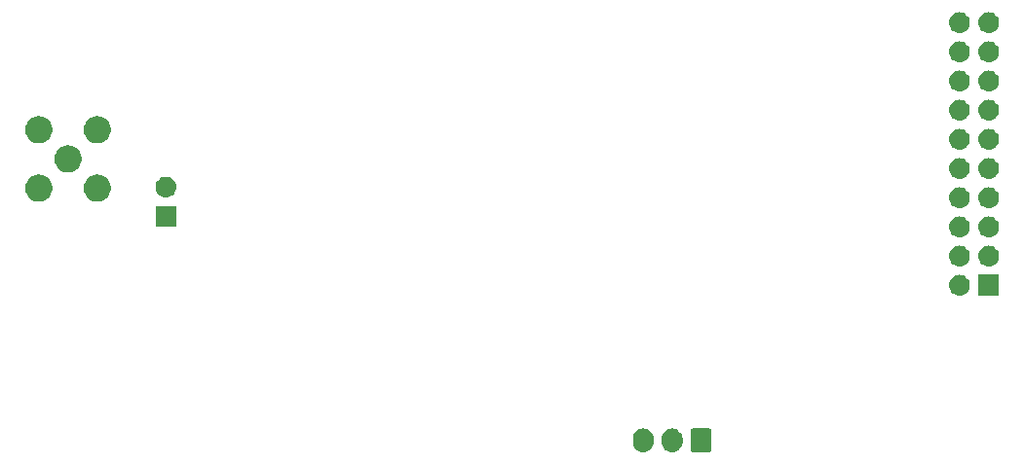
<source format=gbr>
G04 #@! TF.GenerationSoftware,KiCad,Pcbnew,5.1.4-e60b266~84~ubuntu18.04.1*
G04 #@! TF.CreationDate,2019-09-09T22:31:15+02:00*
G04 #@! TF.ProjectId,Frontend_test,46726f6e-7465-46e6-945f-746573742e6b,rev?*
G04 #@! TF.SameCoordinates,Original*
G04 #@! TF.FileFunction,Soldermask,Bot*
G04 #@! TF.FilePolarity,Negative*
%FSLAX46Y46*%
G04 Gerber Fmt 4.6, Leading zero omitted, Abs format (unit mm)*
G04 Created by KiCad (PCBNEW 5.1.4-e60b266~84~ubuntu18.04.1) date 2019-09-09 22:31:15*
%MOMM*%
%LPD*%
G04 APERTURE LIST*
%ADD10C,0.150000*%
G04 APERTURE END LIST*
D10*
G36*
X165176627Y-133487037D02*
G01*
X165346466Y-133538557D01*
X165502991Y-133622222D01*
X165538729Y-133651552D01*
X165640186Y-133734814D01*
X165723448Y-133836271D01*
X165752778Y-133872009D01*
X165836443Y-134028534D01*
X165887963Y-134198374D01*
X165901000Y-134330743D01*
X165901000Y-134669258D01*
X165887963Y-134801627D01*
X165836443Y-134971466D01*
X165752778Y-135127991D01*
X165723448Y-135163729D01*
X165640186Y-135265186D01*
X165502989Y-135377779D01*
X165346467Y-135461442D01*
X165346465Y-135461443D01*
X165176626Y-135512963D01*
X165000000Y-135530359D01*
X164823373Y-135512963D01*
X164653534Y-135461443D01*
X164497009Y-135377778D01*
X164454750Y-135343097D01*
X164359814Y-135265186D01*
X164247221Y-135127989D01*
X164163558Y-134971467D01*
X164163557Y-134971465D01*
X164112037Y-134801626D01*
X164099000Y-134669257D01*
X164099000Y-134330742D01*
X164112037Y-134198373D01*
X164163557Y-134028534D01*
X164247222Y-133872009D01*
X164359815Y-133734815D01*
X164497010Y-133622222D01*
X164653535Y-133538557D01*
X164823374Y-133487037D01*
X165000000Y-133469641D01*
X165176627Y-133487037D01*
X165176627Y-133487037D01*
G37*
G36*
X167676627Y-133487037D02*
G01*
X167846466Y-133538557D01*
X168002991Y-133622222D01*
X168038729Y-133651552D01*
X168140186Y-133734814D01*
X168223448Y-133836271D01*
X168252778Y-133872009D01*
X168336443Y-134028534D01*
X168387963Y-134198374D01*
X168401000Y-134330743D01*
X168401000Y-134669258D01*
X168387963Y-134801627D01*
X168336443Y-134971466D01*
X168252778Y-135127991D01*
X168223448Y-135163729D01*
X168140186Y-135265186D01*
X168002989Y-135377779D01*
X167846467Y-135461442D01*
X167846465Y-135461443D01*
X167676626Y-135512963D01*
X167500000Y-135530359D01*
X167323373Y-135512963D01*
X167153534Y-135461443D01*
X166997009Y-135377778D01*
X166954750Y-135343097D01*
X166859814Y-135265186D01*
X166747221Y-135127989D01*
X166663558Y-134971467D01*
X166663557Y-134971465D01*
X166612037Y-134801626D01*
X166599000Y-134669257D01*
X166599000Y-134330742D01*
X166612037Y-134198373D01*
X166663557Y-134028534D01*
X166747222Y-133872009D01*
X166859815Y-133734815D01*
X166997010Y-133622222D01*
X167153535Y-133538557D01*
X167323374Y-133487037D01*
X167500000Y-133469641D01*
X167676627Y-133487037D01*
X167676627Y-133487037D01*
G37*
G36*
X170758600Y-133477989D02*
G01*
X170791652Y-133488015D01*
X170822103Y-133504292D01*
X170848799Y-133526201D01*
X170870708Y-133552897D01*
X170886985Y-133583348D01*
X170897011Y-133616400D01*
X170901000Y-133656903D01*
X170901000Y-135343097D01*
X170897011Y-135383600D01*
X170886985Y-135416652D01*
X170870708Y-135447103D01*
X170848799Y-135473799D01*
X170822103Y-135495708D01*
X170791652Y-135511985D01*
X170758600Y-135522011D01*
X170718097Y-135526000D01*
X169281903Y-135526000D01*
X169241400Y-135522011D01*
X169208348Y-135511985D01*
X169177897Y-135495708D01*
X169151201Y-135473799D01*
X169129292Y-135447103D01*
X169113015Y-135416652D01*
X169102989Y-135383600D01*
X169099000Y-135343097D01*
X169099000Y-133656903D01*
X169102989Y-133616400D01*
X169113015Y-133583348D01*
X169129292Y-133552897D01*
X169151201Y-133526201D01*
X169177897Y-133504292D01*
X169208348Y-133488015D01*
X169241400Y-133477989D01*
X169281903Y-133474000D01*
X170718097Y-133474000D01*
X170758600Y-133477989D01*
X170758600Y-133477989D01*
G37*
G36*
X195901000Y-121901000D02*
G01*
X194099000Y-121901000D01*
X194099000Y-120099000D01*
X195901000Y-120099000D01*
X195901000Y-121901000D01*
X195901000Y-121901000D01*
G37*
G36*
X192570442Y-120105518D02*
G01*
X192636627Y-120112037D01*
X192806466Y-120163557D01*
X192962991Y-120247222D01*
X192998729Y-120276552D01*
X193100186Y-120359814D01*
X193183448Y-120461271D01*
X193212778Y-120497009D01*
X193296443Y-120653534D01*
X193347963Y-120823373D01*
X193365359Y-121000000D01*
X193347963Y-121176627D01*
X193296443Y-121346466D01*
X193212778Y-121502991D01*
X193183448Y-121538729D01*
X193100186Y-121640186D01*
X192998729Y-121723448D01*
X192962991Y-121752778D01*
X192806466Y-121836443D01*
X192636627Y-121887963D01*
X192570442Y-121894482D01*
X192504260Y-121901000D01*
X192415740Y-121901000D01*
X192349558Y-121894482D01*
X192283373Y-121887963D01*
X192113534Y-121836443D01*
X191957009Y-121752778D01*
X191921271Y-121723448D01*
X191819814Y-121640186D01*
X191736552Y-121538729D01*
X191707222Y-121502991D01*
X191623557Y-121346466D01*
X191572037Y-121176627D01*
X191554641Y-121000000D01*
X191572037Y-120823373D01*
X191623557Y-120653534D01*
X191707222Y-120497009D01*
X191736552Y-120461271D01*
X191819814Y-120359814D01*
X191921271Y-120276552D01*
X191957009Y-120247222D01*
X192113534Y-120163557D01*
X192283373Y-120112037D01*
X192349558Y-120105518D01*
X192415740Y-120099000D01*
X192504260Y-120099000D01*
X192570442Y-120105518D01*
X192570442Y-120105518D01*
G37*
G36*
X195110443Y-117565519D02*
G01*
X195176627Y-117572037D01*
X195346466Y-117623557D01*
X195502991Y-117707222D01*
X195538729Y-117736552D01*
X195640186Y-117819814D01*
X195723448Y-117921271D01*
X195752778Y-117957009D01*
X195836443Y-118113534D01*
X195887963Y-118283373D01*
X195905359Y-118460000D01*
X195887963Y-118636627D01*
X195836443Y-118806466D01*
X195752778Y-118962991D01*
X195723448Y-118998729D01*
X195640186Y-119100186D01*
X195538729Y-119183448D01*
X195502991Y-119212778D01*
X195346466Y-119296443D01*
X195176627Y-119347963D01*
X195110443Y-119354481D01*
X195044260Y-119361000D01*
X194955740Y-119361000D01*
X194889557Y-119354481D01*
X194823373Y-119347963D01*
X194653534Y-119296443D01*
X194497009Y-119212778D01*
X194461271Y-119183448D01*
X194359814Y-119100186D01*
X194276552Y-118998729D01*
X194247222Y-118962991D01*
X194163557Y-118806466D01*
X194112037Y-118636627D01*
X194094641Y-118460000D01*
X194112037Y-118283373D01*
X194163557Y-118113534D01*
X194247222Y-117957009D01*
X194276552Y-117921271D01*
X194359814Y-117819814D01*
X194461271Y-117736552D01*
X194497009Y-117707222D01*
X194653534Y-117623557D01*
X194823373Y-117572037D01*
X194889557Y-117565519D01*
X194955740Y-117559000D01*
X195044260Y-117559000D01*
X195110443Y-117565519D01*
X195110443Y-117565519D01*
G37*
G36*
X192570443Y-117565519D02*
G01*
X192636627Y-117572037D01*
X192806466Y-117623557D01*
X192962991Y-117707222D01*
X192998729Y-117736552D01*
X193100186Y-117819814D01*
X193183448Y-117921271D01*
X193212778Y-117957009D01*
X193296443Y-118113534D01*
X193347963Y-118283373D01*
X193365359Y-118460000D01*
X193347963Y-118636627D01*
X193296443Y-118806466D01*
X193212778Y-118962991D01*
X193183448Y-118998729D01*
X193100186Y-119100186D01*
X192998729Y-119183448D01*
X192962991Y-119212778D01*
X192806466Y-119296443D01*
X192636627Y-119347963D01*
X192570443Y-119354481D01*
X192504260Y-119361000D01*
X192415740Y-119361000D01*
X192349557Y-119354481D01*
X192283373Y-119347963D01*
X192113534Y-119296443D01*
X191957009Y-119212778D01*
X191921271Y-119183448D01*
X191819814Y-119100186D01*
X191736552Y-118998729D01*
X191707222Y-118962991D01*
X191623557Y-118806466D01*
X191572037Y-118636627D01*
X191554641Y-118460000D01*
X191572037Y-118283373D01*
X191623557Y-118113534D01*
X191707222Y-117957009D01*
X191736552Y-117921271D01*
X191819814Y-117819814D01*
X191921271Y-117736552D01*
X191957009Y-117707222D01*
X192113534Y-117623557D01*
X192283373Y-117572037D01*
X192349557Y-117565519D01*
X192415740Y-117559000D01*
X192504260Y-117559000D01*
X192570443Y-117565519D01*
X192570443Y-117565519D01*
G37*
G36*
X192570442Y-115025518D02*
G01*
X192636627Y-115032037D01*
X192806466Y-115083557D01*
X192962991Y-115167222D01*
X192998729Y-115196552D01*
X193100186Y-115279814D01*
X193183448Y-115381271D01*
X193212778Y-115417009D01*
X193296443Y-115573534D01*
X193347963Y-115743373D01*
X193365359Y-115920000D01*
X193347963Y-116096627D01*
X193296443Y-116266466D01*
X193212778Y-116422991D01*
X193183448Y-116458729D01*
X193100186Y-116560186D01*
X192998729Y-116643448D01*
X192962991Y-116672778D01*
X192806466Y-116756443D01*
X192636627Y-116807963D01*
X192570443Y-116814481D01*
X192504260Y-116821000D01*
X192415740Y-116821000D01*
X192349557Y-116814481D01*
X192283373Y-116807963D01*
X192113534Y-116756443D01*
X191957009Y-116672778D01*
X191921271Y-116643448D01*
X191819814Y-116560186D01*
X191736552Y-116458729D01*
X191707222Y-116422991D01*
X191623557Y-116266466D01*
X191572037Y-116096627D01*
X191554641Y-115920000D01*
X191572037Y-115743373D01*
X191623557Y-115573534D01*
X191707222Y-115417009D01*
X191736552Y-115381271D01*
X191819814Y-115279814D01*
X191921271Y-115196552D01*
X191957009Y-115167222D01*
X192113534Y-115083557D01*
X192283373Y-115032037D01*
X192349558Y-115025518D01*
X192415740Y-115019000D01*
X192504260Y-115019000D01*
X192570442Y-115025518D01*
X192570442Y-115025518D01*
G37*
G36*
X195110442Y-115025518D02*
G01*
X195176627Y-115032037D01*
X195346466Y-115083557D01*
X195502991Y-115167222D01*
X195538729Y-115196552D01*
X195640186Y-115279814D01*
X195723448Y-115381271D01*
X195752778Y-115417009D01*
X195836443Y-115573534D01*
X195887963Y-115743373D01*
X195905359Y-115920000D01*
X195887963Y-116096627D01*
X195836443Y-116266466D01*
X195752778Y-116422991D01*
X195723448Y-116458729D01*
X195640186Y-116560186D01*
X195538729Y-116643448D01*
X195502991Y-116672778D01*
X195346466Y-116756443D01*
X195176627Y-116807963D01*
X195110443Y-116814481D01*
X195044260Y-116821000D01*
X194955740Y-116821000D01*
X194889557Y-116814481D01*
X194823373Y-116807963D01*
X194653534Y-116756443D01*
X194497009Y-116672778D01*
X194461271Y-116643448D01*
X194359814Y-116560186D01*
X194276552Y-116458729D01*
X194247222Y-116422991D01*
X194163557Y-116266466D01*
X194112037Y-116096627D01*
X194094641Y-115920000D01*
X194112037Y-115743373D01*
X194163557Y-115573534D01*
X194247222Y-115417009D01*
X194276552Y-115381271D01*
X194359814Y-115279814D01*
X194461271Y-115196552D01*
X194497009Y-115167222D01*
X194653534Y-115083557D01*
X194823373Y-115032037D01*
X194889558Y-115025518D01*
X194955740Y-115019000D01*
X195044260Y-115019000D01*
X195110442Y-115025518D01*
X195110442Y-115025518D01*
G37*
G36*
X124401000Y-115901000D02*
G01*
X122599000Y-115901000D01*
X122599000Y-114099000D01*
X124401000Y-114099000D01*
X124401000Y-115901000D01*
X124401000Y-115901000D01*
G37*
G36*
X195110442Y-112485518D02*
G01*
X195176627Y-112492037D01*
X195346466Y-112543557D01*
X195502991Y-112627222D01*
X195537845Y-112655826D01*
X195640186Y-112739814D01*
X195723448Y-112841271D01*
X195752778Y-112877009D01*
X195836443Y-113033534D01*
X195887963Y-113203373D01*
X195905359Y-113380000D01*
X195887963Y-113556627D01*
X195836443Y-113726466D01*
X195752778Y-113882991D01*
X195723448Y-113918729D01*
X195640186Y-114020186D01*
X195544149Y-114099000D01*
X195502991Y-114132778D01*
X195346466Y-114216443D01*
X195176627Y-114267963D01*
X195110442Y-114274482D01*
X195044260Y-114281000D01*
X194955740Y-114281000D01*
X194889558Y-114274482D01*
X194823373Y-114267963D01*
X194653534Y-114216443D01*
X194497009Y-114132778D01*
X194455851Y-114099000D01*
X194359814Y-114020186D01*
X194276552Y-113918729D01*
X194247222Y-113882991D01*
X194163557Y-113726466D01*
X194112037Y-113556627D01*
X194094641Y-113380000D01*
X194112037Y-113203373D01*
X194163557Y-113033534D01*
X194247222Y-112877009D01*
X194276552Y-112841271D01*
X194359814Y-112739814D01*
X194462155Y-112655826D01*
X194497009Y-112627222D01*
X194653534Y-112543557D01*
X194823373Y-112492037D01*
X194889558Y-112485518D01*
X194955740Y-112479000D01*
X195044260Y-112479000D01*
X195110442Y-112485518D01*
X195110442Y-112485518D01*
G37*
G36*
X192570442Y-112485518D02*
G01*
X192636627Y-112492037D01*
X192806466Y-112543557D01*
X192962991Y-112627222D01*
X192997845Y-112655826D01*
X193100186Y-112739814D01*
X193183448Y-112841271D01*
X193212778Y-112877009D01*
X193296443Y-113033534D01*
X193347963Y-113203373D01*
X193365359Y-113380000D01*
X193347963Y-113556627D01*
X193296443Y-113726466D01*
X193212778Y-113882991D01*
X193183448Y-113918729D01*
X193100186Y-114020186D01*
X193004149Y-114099000D01*
X192962991Y-114132778D01*
X192806466Y-114216443D01*
X192636627Y-114267963D01*
X192570442Y-114274482D01*
X192504260Y-114281000D01*
X192415740Y-114281000D01*
X192349558Y-114274482D01*
X192283373Y-114267963D01*
X192113534Y-114216443D01*
X191957009Y-114132778D01*
X191915851Y-114099000D01*
X191819814Y-114020186D01*
X191736552Y-113918729D01*
X191707222Y-113882991D01*
X191623557Y-113726466D01*
X191572037Y-113556627D01*
X191554641Y-113380000D01*
X191572037Y-113203373D01*
X191623557Y-113033534D01*
X191707222Y-112877009D01*
X191736552Y-112841271D01*
X191819814Y-112739814D01*
X191922155Y-112655826D01*
X191957009Y-112627222D01*
X192113534Y-112543557D01*
X192283373Y-112492037D01*
X192349558Y-112485518D01*
X192415740Y-112479000D01*
X192504260Y-112479000D01*
X192570442Y-112485518D01*
X192570442Y-112485518D01*
G37*
G36*
X117731560Y-111379064D02*
G01*
X117883027Y-111409193D01*
X118097045Y-111497842D01*
X118097046Y-111497843D01*
X118289654Y-111626539D01*
X118453461Y-111790346D01*
X118473151Y-111819815D01*
X118582158Y-111982955D01*
X118670807Y-112196973D01*
X118716000Y-112424174D01*
X118716000Y-112655826D01*
X118670807Y-112883027D01*
X118582158Y-113097045D01*
X118582157Y-113097046D01*
X118453461Y-113289654D01*
X118289654Y-113453461D01*
X118161249Y-113539258D01*
X118097045Y-113582158D01*
X117883027Y-113670807D01*
X117731560Y-113700936D01*
X117655827Y-113716000D01*
X117424173Y-113716000D01*
X117348440Y-113700936D01*
X117196973Y-113670807D01*
X116982955Y-113582158D01*
X116918751Y-113539258D01*
X116790346Y-113453461D01*
X116626539Y-113289654D01*
X116497843Y-113097046D01*
X116497842Y-113097045D01*
X116409193Y-112883027D01*
X116364000Y-112655826D01*
X116364000Y-112424174D01*
X116409193Y-112196973D01*
X116497842Y-111982955D01*
X116606849Y-111819815D01*
X116626539Y-111790346D01*
X116790346Y-111626539D01*
X116982954Y-111497843D01*
X116982955Y-111497842D01*
X117196973Y-111409193D01*
X117348440Y-111379064D01*
X117424173Y-111364000D01*
X117655827Y-111364000D01*
X117731560Y-111379064D01*
X117731560Y-111379064D01*
G37*
G36*
X112651560Y-111379064D02*
G01*
X112803027Y-111409193D01*
X113017045Y-111497842D01*
X113017046Y-111497843D01*
X113209654Y-111626539D01*
X113373461Y-111790346D01*
X113393151Y-111819815D01*
X113502158Y-111982955D01*
X113590807Y-112196973D01*
X113636000Y-112424174D01*
X113636000Y-112655826D01*
X113590807Y-112883027D01*
X113502158Y-113097045D01*
X113502157Y-113097046D01*
X113373461Y-113289654D01*
X113209654Y-113453461D01*
X113081249Y-113539258D01*
X113017045Y-113582158D01*
X112803027Y-113670807D01*
X112651560Y-113700936D01*
X112575827Y-113716000D01*
X112344173Y-113716000D01*
X112268440Y-113700936D01*
X112116973Y-113670807D01*
X111902955Y-113582158D01*
X111838751Y-113539258D01*
X111710346Y-113453461D01*
X111546539Y-113289654D01*
X111417843Y-113097046D01*
X111417842Y-113097045D01*
X111329193Y-112883027D01*
X111284000Y-112655826D01*
X111284000Y-112424174D01*
X111329193Y-112196973D01*
X111417842Y-111982955D01*
X111526849Y-111819815D01*
X111546539Y-111790346D01*
X111710346Y-111626539D01*
X111902954Y-111497843D01*
X111902955Y-111497842D01*
X112116973Y-111409193D01*
X112268440Y-111379064D01*
X112344173Y-111364000D01*
X112575827Y-111364000D01*
X112651560Y-111379064D01*
X112651560Y-111379064D01*
G37*
G36*
X123610442Y-111565518D02*
G01*
X123676627Y-111572037D01*
X123846466Y-111623557D01*
X124002991Y-111707222D01*
X124028264Y-111727963D01*
X124140186Y-111819814D01*
X124223448Y-111921271D01*
X124252778Y-111957009D01*
X124336443Y-112113534D01*
X124387963Y-112283373D01*
X124405359Y-112460000D01*
X124387963Y-112636627D01*
X124336443Y-112806466D01*
X124252778Y-112962991D01*
X124223448Y-112998729D01*
X124140186Y-113100186D01*
X124038729Y-113183448D01*
X124002991Y-113212778D01*
X124002989Y-113212779D01*
X123859164Y-113289656D01*
X123846466Y-113296443D01*
X123676627Y-113347963D01*
X123610443Y-113354481D01*
X123544260Y-113361000D01*
X123455740Y-113361000D01*
X123389557Y-113354481D01*
X123323373Y-113347963D01*
X123153534Y-113296443D01*
X123140837Y-113289656D01*
X122997011Y-113212779D01*
X122997009Y-113212778D01*
X122961271Y-113183448D01*
X122859814Y-113100186D01*
X122776552Y-112998729D01*
X122747222Y-112962991D01*
X122663557Y-112806466D01*
X122612037Y-112636627D01*
X122594641Y-112460000D01*
X122612037Y-112283373D01*
X122663557Y-112113534D01*
X122747222Y-111957009D01*
X122776552Y-111921271D01*
X122859814Y-111819814D01*
X122971736Y-111727963D01*
X122997009Y-111707222D01*
X123153534Y-111623557D01*
X123323373Y-111572037D01*
X123389558Y-111565518D01*
X123455740Y-111559000D01*
X123544260Y-111559000D01*
X123610442Y-111565518D01*
X123610442Y-111565518D01*
G37*
G36*
X192570443Y-109945519D02*
G01*
X192636627Y-109952037D01*
X192806466Y-110003557D01*
X192962991Y-110087222D01*
X192997845Y-110115826D01*
X193100186Y-110199814D01*
X193183448Y-110301271D01*
X193212778Y-110337009D01*
X193296443Y-110493534D01*
X193347963Y-110663373D01*
X193365359Y-110840000D01*
X193347963Y-111016627D01*
X193296443Y-111186466D01*
X193212778Y-111342991D01*
X193195536Y-111364000D01*
X193100186Y-111480186D01*
X193004149Y-111559000D01*
X192962991Y-111592778D01*
X192806466Y-111676443D01*
X192636627Y-111727963D01*
X192570442Y-111734482D01*
X192504260Y-111741000D01*
X192415740Y-111741000D01*
X192349558Y-111734482D01*
X192283373Y-111727963D01*
X192113534Y-111676443D01*
X191957009Y-111592778D01*
X191915851Y-111559000D01*
X191819814Y-111480186D01*
X191724464Y-111364000D01*
X191707222Y-111342991D01*
X191623557Y-111186466D01*
X191572037Y-111016627D01*
X191554641Y-110840000D01*
X191572037Y-110663373D01*
X191623557Y-110493534D01*
X191707222Y-110337009D01*
X191736552Y-110301271D01*
X191819814Y-110199814D01*
X191922155Y-110115826D01*
X191957009Y-110087222D01*
X192113534Y-110003557D01*
X192283373Y-109952037D01*
X192349557Y-109945519D01*
X192415740Y-109939000D01*
X192504260Y-109939000D01*
X192570443Y-109945519D01*
X192570443Y-109945519D01*
G37*
G36*
X195110443Y-109945519D02*
G01*
X195176627Y-109952037D01*
X195346466Y-110003557D01*
X195502991Y-110087222D01*
X195537845Y-110115826D01*
X195640186Y-110199814D01*
X195723448Y-110301271D01*
X195752778Y-110337009D01*
X195836443Y-110493534D01*
X195887963Y-110663373D01*
X195905359Y-110840000D01*
X195887963Y-111016627D01*
X195836443Y-111186466D01*
X195752778Y-111342991D01*
X195735536Y-111364000D01*
X195640186Y-111480186D01*
X195544149Y-111559000D01*
X195502991Y-111592778D01*
X195346466Y-111676443D01*
X195176627Y-111727963D01*
X195110442Y-111734482D01*
X195044260Y-111741000D01*
X194955740Y-111741000D01*
X194889558Y-111734482D01*
X194823373Y-111727963D01*
X194653534Y-111676443D01*
X194497009Y-111592778D01*
X194455851Y-111559000D01*
X194359814Y-111480186D01*
X194264464Y-111364000D01*
X194247222Y-111342991D01*
X194163557Y-111186466D01*
X194112037Y-111016627D01*
X194094641Y-110840000D01*
X194112037Y-110663373D01*
X194163557Y-110493534D01*
X194247222Y-110337009D01*
X194276552Y-110301271D01*
X194359814Y-110199814D01*
X194462155Y-110115826D01*
X194497009Y-110087222D01*
X194653534Y-110003557D01*
X194823373Y-109952037D01*
X194889557Y-109945519D01*
X194955740Y-109939000D01*
X195044260Y-109939000D01*
X195110443Y-109945519D01*
X195110443Y-109945519D01*
G37*
G36*
X115191560Y-108839064D02*
G01*
X115343027Y-108869193D01*
X115557045Y-108957842D01*
X115557046Y-108957843D01*
X115749654Y-109086539D01*
X115913461Y-109250346D01*
X115999258Y-109378751D01*
X116042158Y-109442955D01*
X116130807Y-109656973D01*
X116176000Y-109884174D01*
X116176000Y-110115826D01*
X116130807Y-110343027D01*
X116042158Y-110557045D01*
X116042157Y-110557046D01*
X115913461Y-110749654D01*
X115749654Y-110913461D01*
X115621249Y-110999258D01*
X115557045Y-111042158D01*
X115343027Y-111130807D01*
X115191560Y-111160936D01*
X115115827Y-111176000D01*
X114884173Y-111176000D01*
X114808440Y-111160936D01*
X114656973Y-111130807D01*
X114442955Y-111042158D01*
X114378751Y-110999258D01*
X114250346Y-110913461D01*
X114086539Y-110749654D01*
X113957843Y-110557046D01*
X113957842Y-110557045D01*
X113869193Y-110343027D01*
X113824000Y-110115826D01*
X113824000Y-109884174D01*
X113869193Y-109656973D01*
X113957842Y-109442955D01*
X114000742Y-109378751D01*
X114086539Y-109250346D01*
X114250346Y-109086539D01*
X114442954Y-108957843D01*
X114442955Y-108957842D01*
X114656973Y-108869193D01*
X114808440Y-108839064D01*
X114884173Y-108824000D01*
X115115827Y-108824000D01*
X115191560Y-108839064D01*
X115191560Y-108839064D01*
G37*
G36*
X192570443Y-107405519D02*
G01*
X192636627Y-107412037D01*
X192806466Y-107463557D01*
X192962991Y-107547222D01*
X192997845Y-107575826D01*
X193100186Y-107659814D01*
X193183448Y-107761271D01*
X193212778Y-107797009D01*
X193296443Y-107953534D01*
X193347963Y-108123373D01*
X193365359Y-108300000D01*
X193347963Y-108476627D01*
X193296443Y-108646466D01*
X193212778Y-108802991D01*
X193195536Y-108824000D01*
X193100186Y-108940186D01*
X192998729Y-109023448D01*
X192962991Y-109052778D01*
X192806466Y-109136443D01*
X192636627Y-109187963D01*
X192570442Y-109194482D01*
X192504260Y-109201000D01*
X192415740Y-109201000D01*
X192349558Y-109194482D01*
X192283373Y-109187963D01*
X192113534Y-109136443D01*
X191957009Y-109052778D01*
X191921271Y-109023448D01*
X191819814Y-108940186D01*
X191724464Y-108824000D01*
X191707222Y-108802991D01*
X191623557Y-108646466D01*
X191572037Y-108476627D01*
X191554641Y-108300000D01*
X191572037Y-108123373D01*
X191623557Y-107953534D01*
X191707222Y-107797009D01*
X191736552Y-107761271D01*
X191819814Y-107659814D01*
X191922155Y-107575826D01*
X191957009Y-107547222D01*
X192113534Y-107463557D01*
X192283373Y-107412037D01*
X192349557Y-107405519D01*
X192415740Y-107399000D01*
X192504260Y-107399000D01*
X192570443Y-107405519D01*
X192570443Y-107405519D01*
G37*
G36*
X195110443Y-107405519D02*
G01*
X195176627Y-107412037D01*
X195346466Y-107463557D01*
X195502991Y-107547222D01*
X195537845Y-107575826D01*
X195640186Y-107659814D01*
X195723448Y-107761271D01*
X195752778Y-107797009D01*
X195836443Y-107953534D01*
X195887963Y-108123373D01*
X195905359Y-108300000D01*
X195887963Y-108476627D01*
X195836443Y-108646466D01*
X195752778Y-108802991D01*
X195735536Y-108824000D01*
X195640186Y-108940186D01*
X195538729Y-109023448D01*
X195502991Y-109052778D01*
X195346466Y-109136443D01*
X195176627Y-109187963D01*
X195110442Y-109194482D01*
X195044260Y-109201000D01*
X194955740Y-109201000D01*
X194889558Y-109194482D01*
X194823373Y-109187963D01*
X194653534Y-109136443D01*
X194497009Y-109052778D01*
X194461271Y-109023448D01*
X194359814Y-108940186D01*
X194264464Y-108824000D01*
X194247222Y-108802991D01*
X194163557Y-108646466D01*
X194112037Y-108476627D01*
X194094641Y-108300000D01*
X194112037Y-108123373D01*
X194163557Y-107953534D01*
X194247222Y-107797009D01*
X194276552Y-107761271D01*
X194359814Y-107659814D01*
X194462155Y-107575826D01*
X194497009Y-107547222D01*
X194653534Y-107463557D01*
X194823373Y-107412037D01*
X194889557Y-107405519D01*
X194955740Y-107399000D01*
X195044260Y-107399000D01*
X195110443Y-107405519D01*
X195110443Y-107405519D01*
G37*
G36*
X117731560Y-106299064D02*
G01*
X117883027Y-106329193D01*
X118097045Y-106417842D01*
X118097046Y-106417843D01*
X118289654Y-106546539D01*
X118453461Y-106710346D01*
X118539258Y-106838751D01*
X118582158Y-106902955D01*
X118670807Y-107116973D01*
X118716000Y-107344174D01*
X118716000Y-107575826D01*
X118670807Y-107803027D01*
X118582158Y-108017045D01*
X118582157Y-108017046D01*
X118453461Y-108209654D01*
X118289654Y-108373461D01*
X118161249Y-108459258D01*
X118097045Y-108502158D01*
X117883027Y-108590807D01*
X117731560Y-108620936D01*
X117655827Y-108636000D01*
X117424173Y-108636000D01*
X117348440Y-108620936D01*
X117196973Y-108590807D01*
X116982955Y-108502158D01*
X116918751Y-108459258D01*
X116790346Y-108373461D01*
X116626539Y-108209654D01*
X116497843Y-108017046D01*
X116497842Y-108017045D01*
X116409193Y-107803027D01*
X116364000Y-107575826D01*
X116364000Y-107344174D01*
X116409193Y-107116973D01*
X116497842Y-106902955D01*
X116540742Y-106838751D01*
X116626539Y-106710346D01*
X116790346Y-106546539D01*
X116982954Y-106417843D01*
X116982955Y-106417842D01*
X117196973Y-106329193D01*
X117348440Y-106299064D01*
X117424173Y-106284000D01*
X117655827Y-106284000D01*
X117731560Y-106299064D01*
X117731560Y-106299064D01*
G37*
G36*
X112651560Y-106299064D02*
G01*
X112803027Y-106329193D01*
X113017045Y-106417842D01*
X113017046Y-106417843D01*
X113209654Y-106546539D01*
X113373461Y-106710346D01*
X113459258Y-106838751D01*
X113502158Y-106902955D01*
X113590807Y-107116973D01*
X113636000Y-107344174D01*
X113636000Y-107575826D01*
X113590807Y-107803027D01*
X113502158Y-108017045D01*
X113502157Y-108017046D01*
X113373461Y-108209654D01*
X113209654Y-108373461D01*
X113081249Y-108459258D01*
X113017045Y-108502158D01*
X112803027Y-108590807D01*
X112651560Y-108620936D01*
X112575827Y-108636000D01*
X112344173Y-108636000D01*
X112268440Y-108620936D01*
X112116973Y-108590807D01*
X111902955Y-108502158D01*
X111838751Y-108459258D01*
X111710346Y-108373461D01*
X111546539Y-108209654D01*
X111417843Y-108017046D01*
X111417842Y-108017045D01*
X111329193Y-107803027D01*
X111284000Y-107575826D01*
X111284000Y-107344174D01*
X111329193Y-107116973D01*
X111417842Y-106902955D01*
X111460742Y-106838751D01*
X111546539Y-106710346D01*
X111710346Y-106546539D01*
X111902954Y-106417843D01*
X111902955Y-106417842D01*
X112116973Y-106329193D01*
X112268440Y-106299064D01*
X112344173Y-106284000D01*
X112575827Y-106284000D01*
X112651560Y-106299064D01*
X112651560Y-106299064D01*
G37*
G36*
X192570442Y-104865518D02*
G01*
X192636627Y-104872037D01*
X192806466Y-104923557D01*
X192962991Y-105007222D01*
X192998729Y-105036552D01*
X193100186Y-105119814D01*
X193183448Y-105221271D01*
X193212778Y-105257009D01*
X193296443Y-105413534D01*
X193347963Y-105583373D01*
X193365359Y-105760000D01*
X193347963Y-105936627D01*
X193296443Y-106106466D01*
X193212778Y-106262991D01*
X193195536Y-106284000D01*
X193100186Y-106400186D01*
X192998729Y-106483448D01*
X192962991Y-106512778D01*
X192806466Y-106596443D01*
X192636627Y-106647963D01*
X192570443Y-106654481D01*
X192504260Y-106661000D01*
X192415740Y-106661000D01*
X192349557Y-106654481D01*
X192283373Y-106647963D01*
X192113534Y-106596443D01*
X191957009Y-106512778D01*
X191921271Y-106483448D01*
X191819814Y-106400186D01*
X191724464Y-106284000D01*
X191707222Y-106262991D01*
X191623557Y-106106466D01*
X191572037Y-105936627D01*
X191554641Y-105760000D01*
X191572037Y-105583373D01*
X191623557Y-105413534D01*
X191707222Y-105257009D01*
X191736552Y-105221271D01*
X191819814Y-105119814D01*
X191921271Y-105036552D01*
X191957009Y-105007222D01*
X192113534Y-104923557D01*
X192283373Y-104872037D01*
X192349558Y-104865518D01*
X192415740Y-104859000D01*
X192504260Y-104859000D01*
X192570442Y-104865518D01*
X192570442Y-104865518D01*
G37*
G36*
X195110442Y-104865518D02*
G01*
X195176627Y-104872037D01*
X195346466Y-104923557D01*
X195502991Y-105007222D01*
X195538729Y-105036552D01*
X195640186Y-105119814D01*
X195723448Y-105221271D01*
X195752778Y-105257009D01*
X195836443Y-105413534D01*
X195887963Y-105583373D01*
X195905359Y-105760000D01*
X195887963Y-105936627D01*
X195836443Y-106106466D01*
X195752778Y-106262991D01*
X195735536Y-106284000D01*
X195640186Y-106400186D01*
X195538729Y-106483448D01*
X195502991Y-106512778D01*
X195346466Y-106596443D01*
X195176627Y-106647963D01*
X195110443Y-106654481D01*
X195044260Y-106661000D01*
X194955740Y-106661000D01*
X194889557Y-106654481D01*
X194823373Y-106647963D01*
X194653534Y-106596443D01*
X194497009Y-106512778D01*
X194461271Y-106483448D01*
X194359814Y-106400186D01*
X194264464Y-106284000D01*
X194247222Y-106262991D01*
X194163557Y-106106466D01*
X194112037Y-105936627D01*
X194094641Y-105760000D01*
X194112037Y-105583373D01*
X194163557Y-105413534D01*
X194247222Y-105257009D01*
X194276552Y-105221271D01*
X194359814Y-105119814D01*
X194461271Y-105036552D01*
X194497009Y-105007222D01*
X194653534Y-104923557D01*
X194823373Y-104872037D01*
X194889558Y-104865518D01*
X194955740Y-104859000D01*
X195044260Y-104859000D01*
X195110442Y-104865518D01*
X195110442Y-104865518D01*
G37*
G36*
X192570442Y-102325518D02*
G01*
X192636627Y-102332037D01*
X192806466Y-102383557D01*
X192962991Y-102467222D01*
X192998729Y-102496552D01*
X193100186Y-102579814D01*
X193183448Y-102681271D01*
X193212778Y-102717009D01*
X193296443Y-102873534D01*
X193347963Y-103043373D01*
X193365359Y-103220000D01*
X193347963Y-103396627D01*
X193296443Y-103566466D01*
X193212778Y-103722991D01*
X193183448Y-103758729D01*
X193100186Y-103860186D01*
X192998729Y-103943448D01*
X192962991Y-103972778D01*
X192806466Y-104056443D01*
X192636627Y-104107963D01*
X192570443Y-104114481D01*
X192504260Y-104121000D01*
X192415740Y-104121000D01*
X192349558Y-104114482D01*
X192283373Y-104107963D01*
X192113534Y-104056443D01*
X191957009Y-103972778D01*
X191921271Y-103943448D01*
X191819814Y-103860186D01*
X191736552Y-103758729D01*
X191707222Y-103722991D01*
X191623557Y-103566466D01*
X191572037Y-103396627D01*
X191554641Y-103220000D01*
X191572037Y-103043373D01*
X191623557Y-102873534D01*
X191707222Y-102717009D01*
X191736552Y-102681271D01*
X191819814Y-102579814D01*
X191921271Y-102496552D01*
X191957009Y-102467222D01*
X192113534Y-102383557D01*
X192283373Y-102332037D01*
X192349557Y-102325519D01*
X192415740Y-102319000D01*
X192504260Y-102319000D01*
X192570442Y-102325518D01*
X192570442Y-102325518D01*
G37*
G36*
X195110442Y-102325518D02*
G01*
X195176627Y-102332037D01*
X195346466Y-102383557D01*
X195502991Y-102467222D01*
X195538729Y-102496552D01*
X195640186Y-102579814D01*
X195723448Y-102681271D01*
X195752778Y-102717009D01*
X195836443Y-102873534D01*
X195887963Y-103043373D01*
X195905359Y-103220000D01*
X195887963Y-103396627D01*
X195836443Y-103566466D01*
X195752778Y-103722991D01*
X195723448Y-103758729D01*
X195640186Y-103860186D01*
X195538729Y-103943448D01*
X195502991Y-103972778D01*
X195346466Y-104056443D01*
X195176627Y-104107963D01*
X195110443Y-104114481D01*
X195044260Y-104121000D01*
X194955740Y-104121000D01*
X194889558Y-104114482D01*
X194823373Y-104107963D01*
X194653534Y-104056443D01*
X194497009Y-103972778D01*
X194461271Y-103943448D01*
X194359814Y-103860186D01*
X194276552Y-103758729D01*
X194247222Y-103722991D01*
X194163557Y-103566466D01*
X194112037Y-103396627D01*
X194094641Y-103220000D01*
X194112037Y-103043373D01*
X194163557Y-102873534D01*
X194247222Y-102717009D01*
X194276552Y-102681271D01*
X194359814Y-102579814D01*
X194461271Y-102496552D01*
X194497009Y-102467222D01*
X194653534Y-102383557D01*
X194823373Y-102332037D01*
X194889557Y-102325519D01*
X194955740Y-102319000D01*
X195044260Y-102319000D01*
X195110442Y-102325518D01*
X195110442Y-102325518D01*
G37*
G36*
X192570443Y-99785519D02*
G01*
X192636627Y-99792037D01*
X192806466Y-99843557D01*
X192962991Y-99927222D01*
X192998729Y-99956552D01*
X193100186Y-100039814D01*
X193183448Y-100141271D01*
X193212778Y-100177009D01*
X193296443Y-100333534D01*
X193347963Y-100503373D01*
X193365359Y-100680000D01*
X193347963Y-100856627D01*
X193296443Y-101026466D01*
X193212778Y-101182991D01*
X193183448Y-101218729D01*
X193100186Y-101320186D01*
X192998729Y-101403448D01*
X192962991Y-101432778D01*
X192806466Y-101516443D01*
X192636627Y-101567963D01*
X192570442Y-101574482D01*
X192504260Y-101581000D01*
X192415740Y-101581000D01*
X192349557Y-101574481D01*
X192283373Y-101567963D01*
X192113534Y-101516443D01*
X191957009Y-101432778D01*
X191921271Y-101403448D01*
X191819814Y-101320186D01*
X191736552Y-101218729D01*
X191707222Y-101182991D01*
X191623557Y-101026466D01*
X191572037Y-100856627D01*
X191554641Y-100680000D01*
X191572037Y-100503373D01*
X191623557Y-100333534D01*
X191707222Y-100177009D01*
X191736552Y-100141271D01*
X191819814Y-100039814D01*
X191921271Y-99956552D01*
X191957009Y-99927222D01*
X192113534Y-99843557D01*
X192283373Y-99792037D01*
X192349558Y-99785518D01*
X192415740Y-99779000D01*
X192504260Y-99779000D01*
X192570443Y-99785519D01*
X192570443Y-99785519D01*
G37*
G36*
X195110443Y-99785519D02*
G01*
X195176627Y-99792037D01*
X195346466Y-99843557D01*
X195502991Y-99927222D01*
X195538729Y-99956552D01*
X195640186Y-100039814D01*
X195723448Y-100141271D01*
X195752778Y-100177009D01*
X195836443Y-100333534D01*
X195887963Y-100503373D01*
X195905359Y-100680000D01*
X195887963Y-100856627D01*
X195836443Y-101026466D01*
X195752778Y-101182991D01*
X195723448Y-101218729D01*
X195640186Y-101320186D01*
X195538729Y-101403448D01*
X195502991Y-101432778D01*
X195346466Y-101516443D01*
X195176627Y-101567963D01*
X195110442Y-101574482D01*
X195044260Y-101581000D01*
X194955740Y-101581000D01*
X194889557Y-101574481D01*
X194823373Y-101567963D01*
X194653534Y-101516443D01*
X194497009Y-101432778D01*
X194461271Y-101403448D01*
X194359814Y-101320186D01*
X194276552Y-101218729D01*
X194247222Y-101182991D01*
X194163557Y-101026466D01*
X194112037Y-100856627D01*
X194094641Y-100680000D01*
X194112037Y-100503373D01*
X194163557Y-100333534D01*
X194247222Y-100177009D01*
X194276552Y-100141271D01*
X194359814Y-100039814D01*
X194461271Y-99956552D01*
X194497009Y-99927222D01*
X194653534Y-99843557D01*
X194823373Y-99792037D01*
X194889558Y-99785518D01*
X194955740Y-99779000D01*
X195044260Y-99779000D01*
X195110443Y-99785519D01*
X195110443Y-99785519D01*
G37*
G36*
X195110443Y-97245519D02*
G01*
X195176627Y-97252037D01*
X195346466Y-97303557D01*
X195502991Y-97387222D01*
X195538729Y-97416552D01*
X195640186Y-97499814D01*
X195723448Y-97601271D01*
X195752778Y-97637009D01*
X195836443Y-97793534D01*
X195887963Y-97963373D01*
X195905359Y-98140000D01*
X195887963Y-98316627D01*
X195836443Y-98486466D01*
X195752778Y-98642991D01*
X195723448Y-98678729D01*
X195640186Y-98780186D01*
X195538729Y-98863448D01*
X195502991Y-98892778D01*
X195346466Y-98976443D01*
X195176627Y-99027963D01*
X195110442Y-99034482D01*
X195044260Y-99041000D01*
X194955740Y-99041000D01*
X194889557Y-99034481D01*
X194823373Y-99027963D01*
X194653534Y-98976443D01*
X194497009Y-98892778D01*
X194461271Y-98863448D01*
X194359814Y-98780186D01*
X194276552Y-98678729D01*
X194247222Y-98642991D01*
X194163557Y-98486466D01*
X194112037Y-98316627D01*
X194094641Y-98140000D01*
X194112037Y-97963373D01*
X194163557Y-97793534D01*
X194247222Y-97637009D01*
X194276552Y-97601271D01*
X194359814Y-97499814D01*
X194461271Y-97416552D01*
X194497009Y-97387222D01*
X194653534Y-97303557D01*
X194823373Y-97252037D01*
X194889557Y-97245519D01*
X194955740Y-97239000D01*
X195044260Y-97239000D01*
X195110443Y-97245519D01*
X195110443Y-97245519D01*
G37*
G36*
X192570443Y-97245519D02*
G01*
X192636627Y-97252037D01*
X192806466Y-97303557D01*
X192962991Y-97387222D01*
X192998729Y-97416552D01*
X193100186Y-97499814D01*
X193183448Y-97601271D01*
X193212778Y-97637009D01*
X193296443Y-97793534D01*
X193347963Y-97963373D01*
X193365359Y-98140000D01*
X193347963Y-98316627D01*
X193296443Y-98486466D01*
X193212778Y-98642991D01*
X193183448Y-98678729D01*
X193100186Y-98780186D01*
X192998729Y-98863448D01*
X192962991Y-98892778D01*
X192806466Y-98976443D01*
X192636627Y-99027963D01*
X192570442Y-99034482D01*
X192504260Y-99041000D01*
X192415740Y-99041000D01*
X192349557Y-99034481D01*
X192283373Y-99027963D01*
X192113534Y-98976443D01*
X191957009Y-98892778D01*
X191921271Y-98863448D01*
X191819814Y-98780186D01*
X191736552Y-98678729D01*
X191707222Y-98642991D01*
X191623557Y-98486466D01*
X191572037Y-98316627D01*
X191554641Y-98140000D01*
X191572037Y-97963373D01*
X191623557Y-97793534D01*
X191707222Y-97637009D01*
X191736552Y-97601271D01*
X191819814Y-97499814D01*
X191921271Y-97416552D01*
X191957009Y-97387222D01*
X192113534Y-97303557D01*
X192283373Y-97252037D01*
X192349557Y-97245519D01*
X192415740Y-97239000D01*
X192504260Y-97239000D01*
X192570443Y-97245519D01*
X192570443Y-97245519D01*
G37*
M02*

</source>
